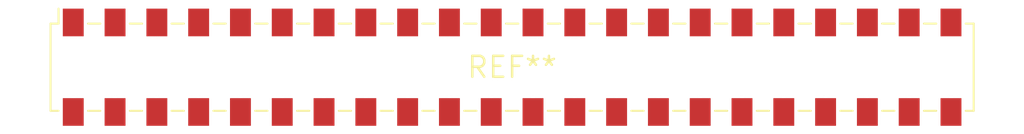
<source format=kicad_pcb>
(kicad_pcb (version 20240108) (generator pcbnew)
  (layers (0 "F.Cu" signal) (31 "B.Cu" signal) (34 "B.Paste" user) (35 "F.Paste" user) (36 "B.SilkS" user "B.Silkscreen") (37 "F.SilkS" user "F.Silkscreen") (38 "B.Mask" user) (39 "F.Mask" user) (44 "Edge.Cuts" user))
  (net 0 "")
  (footprint "Samtec_HLE-122-02-xxx-DV-BE-A_2x22_P2.54mm_Horizontal" (layer "F.Cu") (at 0 0)
    (property "Reference" "REF**")
    (property "Value" "Samtec_HLE-122-02-xxx-DV-BE-A_2x22_P2.54mm_Horizontal")
    (fp_line (start -28.05 -2.65) (end -28.05 2.65) (layer "F.SilkS") (stroke (width 0.12)))
    (fp_line (start -28.05 2.65) (end -27.565 2.65) (layer "F.SilkS") (stroke (width 0.12)))
    (fp_line (start -27.565 -3.56) (end -27.565 -2.65) (layer "F.SilkS") (stroke (width 0.12)))
    (fp_line (start -27.565 -2.65) (end -28.05 -2.65) (layer "F.SilkS") (stroke (width 0.12)))
    (fp_line (start -25.775 -2.65) (end -25.025 -2.65) (layer "F.SilkS") (stroke (width 0.12)))
    (fp_line (start -25.775 2.65) (end -25.025 2.65) (layer "F.SilkS") (stroke (width 0.12)))
    (fp_line (start -23.235 -2.65) (end -22.485 -2.65) (layer "F.SilkS") (stroke (width 0.12)))
    (fp_line (start -23.235 2.65) (end -22.485 2.65) (layer "F.SilkS") (stroke (width 0.12)))
    (fp_line (start -20.695 -2.65) (end -19.945 -2.65) (layer "F.SilkS") (stroke (width 0.12)))
    (fp_line (start -20.695 2.65) (end -19.945 2.65) (layer "F.SilkS") (stroke (width 0.12)))
    (fp_line (start -18.155 -2.65) (end -17.405 -2.65) (layer "F.SilkS") (stroke (width 0.12)))
    (fp_line (start -18.155 2.65) (end -17.405 2.65) (layer "F.SilkS") (stroke (width 0.12)))
    (fp_line (start -15.615 -2.65) (end -14.865 -2.65) (layer "F.SilkS") (stroke (width 0.12)))
    (fp_line (start -15.615 2.65) (end -14.865 2.65) (layer "F.SilkS") (stroke (width 0.12)))
    (fp_line (start -13.075 -2.65) (end -12.325 -2.65) (layer "F.SilkS") (stroke (width 0.12)))
    (fp_line (start -13.075 2.65) (end -12.325 2.65) (layer "F.SilkS") (stroke (width 0.12)))
    (fp_line (start -10.535 -2.65) (end -9.785 -2.65) (layer "F.SilkS") (stroke (width 0.12)))
    (fp_line (start -10.535 2.65) (end -9.785 2.65) (layer "F.SilkS") (stroke (width 0.12)))
    (fp_line (start -7.995 -2.65) (end -7.245 -2.65) (layer "F.SilkS") (stroke (width 0.12)))
    (fp_line (start -7.995 2.65) (end -7.245 2.65) (layer "F.SilkS") (stroke (width 0.12)))
    (fp_line (start -5.455 -2.65) (end -4.705 -2.65) (layer "F.SilkS") (stroke (width 0.12)))
    (fp_line (start -5.455 2.65) (end -4.705 2.65) (layer "F.SilkS") (stroke (width 0.12)))
    (fp_line (start -2.915 -2.65) (end -2.165 -2.65) (layer "F.SilkS") (stroke (width 0.12)))
    (fp_line (start -2.915 2.65) (end -2.165 2.65) (layer "F.SilkS") (stroke (width 0.12)))
    (fp_line (start -0.375 -2.65) (end 0.375 -2.65) (layer "F.SilkS") (stroke (width 0.12)))
    (fp_line (start -0.375 2.65) (end 0.375 2.65) (layer "F.SilkS") (stroke (width 0.12)))
    (fp_line (start 2.165 -2.65) (end 2.915 -2.65) (layer "F.SilkS") (stroke (width 0.12)))
    (fp_line (start 2.165 2.65) (end 2.915 2.65) (layer "F.SilkS") (stroke (width 0.12)))
    (fp_line (start 4.705 -2.65) (end 5.455 -2.65) (layer "F.SilkS") (stroke (width 0.12)))
    (fp_line (start 4.705 2.65) (end 5.455 2.65) (layer "F.SilkS") (stroke (width 0.12)))
    (fp_line (start 7.245 -2.65) (end 7.995 -2.65) (layer "F.SilkS") (stroke (width 0.12)))
    (fp_line (start 7.245 2.65) (end 7.995 2.65) (layer "F.SilkS") (stroke (width 0.12)))
    (fp_line (start 9.785 -2.65) (end 10.535 -2.65) (layer "F.SilkS") (stroke (width 0.12)))
    (fp_line (start 9.785 2.65) (end 10.535 2.65) (layer "F.SilkS") (stroke (width 0.12)))
    (fp_line (start 12.325 -2.65) (end 13.075 -2.65) (layer "F.SilkS") (stroke (width 0.12)))
    (fp_line (start 12.325 2.65) (end 13.075 2.65) (layer "F.SilkS") (stroke (width 0.12)))
    (fp_line (start 14.865 -2.65) (end 15.615 -2.65) (layer "F.SilkS") (stroke (width 0.12)))
    (fp_line (start 14.865 2.65) (end 15.615 2.65) (layer "F.SilkS") (stroke (width 0.12)))
    (fp_line (start 17.405 -2.65) (end 18.155 -2.65) (layer "F.SilkS") (stroke (width 0.12)))
    (fp_line (start 17.405 2.65) (end 18.155 2.65) (layer "F.SilkS") (stroke (width 0.12)))
    (fp_line (start 19.945 -2.65) (end 20.695 -2.65) (layer "F.SilkS") (stroke (width 0.12)))
    (fp_line (start 19.945 2.65) (end 20.695 2.65) (layer "F.SilkS") (stroke (width 0.12)))
    (fp_line (start 22.485 -2.65) (end 23.235 -2.65) (layer "F.SilkS") (stroke (width 0.12)))
    (fp_line (start 22.485 2.65) (end 23.235 2.65) (layer "F.SilkS") (stroke (width 0.12)))
    (fp_line (start 25.025 -2.65) (end 25.775 -2.65) (layer "F.SilkS") (stroke (width 0.12)))
    (fp_line (start 25.025 2.65) (end 25.775 2.65) (layer "F.SilkS") (stroke (width 0.12)))
    (fp_line (start 27.565 -2.65) (end 28.05 -2.65) (layer "F.SilkS") (stroke (width 0.12)))
    (fp_line (start 28.05 -2.65) (end 28.05 2.65) (layer "F.SilkS") (stroke (width 0.12)))
    (fp_line (start 28.05 2.65) (end 27.565 2.65) (layer "F.SilkS") (stroke (width 0.12)))
    (pad "" np_thru_hole circle (at -26.67 -1.27) (size 0.97 0.97) (drill 0.97) (layers *.Cu *.Mask))
    (pad "" np_thru_hole circle (at -26.67 1.27) (size 0.97 0.97) (drill 0.97) (layers *.Cu *.Mask))
    (pad "" np_thru_hole circle (at -25.4 0) (size 1.78 1.78) (drill 1.78) (layers *.Cu *.Mask))
    (pad "" np_thru_hole circle (at -24.13 -1.27) (size 0.97 0.97) (drill 0.97) (layers *.Cu *.Mask))
    (pad "" np_thru_hole circle (at -24.13 1.27) (size 0.97 0.97) (drill 0.97) (layers *.Cu *.Mask))
    (pad "" np_thru_hole circle (at -21.59 -1.27) (size 0.97 0.97) (drill 0.97) (layers *.Cu *.Mask))
    (pad "" np_thru_hole circle (at -21.59 1.27) (size 0.97 0.97) (drill 0.97) (layers *.Cu *.Mask))
    (pad "" np_thru_hole circle (at -19.05 -1.27) (size 0.97 0.97) (drill 0.97) (layers *.Cu *.Mask))
    (pad "" np_thru_hole circle (at -19.05 1.27) (size 0.97 0.97) (drill 0.97) (layers *.Cu *.Mask))
    (pad "" np_thru_hole circle (at -16.51 -1.27) (size 0.97 0.97) (drill 0.97) (layers *.Cu *.Mask))
    (pad "" np_thru_hole circle (at -16.51 1.27) (size 0.97 0.97) (drill 0.97) (layers *.Cu *.Mask))
    (pad "" np_thru_hole circle (at -13.97 -1.27) (size 0.97 0.97) (drill 0.97) (layers *.Cu *.Mask))
    (pad "" np_thru_hole circle (at -13.97 1.27) (size 0.97 0.97) (drill 0.97) (layers *.Cu *.Mask))
    (pad "" np_thru_hole circle (at -11.43 -1.27) (size 0.97 0.97) (drill 0.97) (layers *.Cu *.Mask))
    (pad "" np_thru_hole circle (at -11.43 1.27) (size 0.97 0.97) (drill 0.97) (layers *.Cu *.Mask))
    (pad "" np_thru_hole circle (at -8.89 -1.27) (size 0.97 0.97) (drill 0.97) (layers *.Cu *.Mask))
    (pad "" np_thru_hole circle (at -8.89 1.27) (size 0.97 0.97) (drill 0.97) (layers *.Cu *.Mask))
    (pad "" np_thru_hole circle (at -6.35 -1.27) (size 0.97 0.97) (drill 0.97) (layers *.Cu *.Mask))
    (pad "" np_thru_hole circle (at -6.35 1.27) (size 0.97 0.97) (drill 0.97) (layers *.Cu *.Mask))
    (pad "" np_thru_hole circle (at -3.81 -1.27) (size 0.97 0.97) (drill 0.97) (layers *.Cu *.Mask))
    (pad "" np_thru_hole circle (at -3.81 1.27) (size 0.97 0.97) (drill 0.97) (layers *.Cu *.Mask))
    (pad "" np_thru_hole circle (at -1.27 -1.27) (size 0.97 0.97) (drill 0.97) (layers *.Cu *.Mask))
    (pad "" np_thru_hole circle (at -1.27 1.27) (size 0.97 0.97) (drill 0.97) (layers *.Cu *.Mask))
    (pad "" np_thru_hole circle (at 1.27 -1.27) (size 0.97 0.97) (drill 0.97) (layers *.Cu *.Mask))
    (pad "" np_thru_hole circle (at 1.27 1.27) (size 0.97 0.97) (drill 0.97) (layers *.Cu *.Mask))
    (pad "" np_thru_hole circle (at 3.81 -1.27) (size 0.97 0.97) (drill 0.97) (layers *.Cu *.Mask))
    (pad "" np_thru_hole circle (at 3.81 1.27) (size 0.97 0.97) (drill 0.97) (layers *.Cu *.Mask))
    (pad "" np_thru_hole circle (at 6.35 -1.27) (size 0.97 0.97) (drill 0.97) (layers *.Cu *.Mask))
    (pad "" np_thru_hole circle (at 6.35 1.27) (size 0.97 0.97) (drill 0.97) (layers *.Cu *.Mask))
    (pad "" np_thru_hole circle (at 8.89 -1.27) (size 0.97 0.97) (drill 0.97) (layers *.Cu *.Mask))
    (pad "" np_thru_hole circle (at 8.89 1.27) (size 0.97 0.97) (drill 0.97) (layers *.Cu *.Mask))
    (pad "" np_thru_hole circle (at 11.43 -1.27) (size 0.97 0.97) (drill 0.97) (layers *.Cu *.Mask))
    (pad "" np_thru_hole circle (at 11.43 1.27) (size 0.97 0.97) (drill 0.97) (layers *.Cu *.Mask))
    (pad "" np_thru_hole circle (at 13.97 -1.27) (size 0.97 0.97) (drill 0.97) (layers *.Cu *.Mask))
    (pad "" np_thru_hole circle (at 13.97 1.27) (size 0.97 0.97) (drill 0.97) (layers *.Cu *.Mask))
    (pad "" np_thru_hole circle (at 16.51 -1.27) (size 0.97 0.97) (drill 0.97) (layers *.Cu *.Mask))
    (pad "" np_thru_hole circle (at 16.51 1.27) (size 0.97 0.97) (drill 0.97) (layers *.Cu *.Mask))
    (pad "" np_thru_hole circle (at 19.05 -1.27) (size 0.97 0.97) (drill 0.97) (layers *.Cu *.Mask))
    (pad "" np_thru_hole circle (at 19.05 1.27) (size 0.97 0.97) (drill 0.97) (layers *.Cu *.Mask))
    (pad "" np_thru_hole circle (at 21.59 -1.27) (size 0.97 0.97) (drill 0.97) (layers *.Cu *.Mask))
    (pad "" np_thru_hole circle (at 21.59 1.27) (size 0.97 0.97) (drill 0.97) (layers *.Cu *.Mask))
    (pad "" np_thru_hole circle (at 24.13 -1.27) (size 0.97 0.97) (drill 0.97) (layers *.Cu *.Mask))
    (pad "" np_thru_hole circle (at 24.13 1.27) (size 0.97 0.97) (drill 0.97) (layers *.Cu *.Mask))
    (pad "" np_thru_hole circle (at 25.4 0) (size 1.78 1.78) (drill 1.78) (layers *.Cu *.Mask))
    (pad "" np_thru_hole circle (at 26.67 -1.27) (size 0.97 0.97) (drill 0.97) (layers *.Cu *.Mask))
    (pad "" np_thru_hole circle (at 26.67 1.27) (size 0.97 0.97) (drill 0.97) (layers *.Cu *.Mask))
    (pad "1" smd rect (at -26.67 -2.72) (size 1.27 1.68) (layers "F.Cu" "F.Paste" "F.Mask"))
    (pad "2" smd rect (at -26.67 2.72) (size 1.27 1.68) (layers "F.Cu" "F.Paste" "F.Mask"))
    (pad "3" smd rect (at -24.13 -2.72) (size 1.27 1.68) (layers "F.Cu" "F.Paste" "F.Mask"))
    (pad "4" smd rect (at -24.13 2.72) (size 1.27 1.68) (layers "F.Cu" "F.Paste" "F.Mask"))
    (pad "5" smd rect (at -21.59 -2.72) (size 1.27 1.68) (layers "F.Cu" "F.Paste" "F.Mask"))
    (pad "6" smd rect (at -21.59 2.72) (size 1.27 1.68) (layers "F.Cu" "F.Paste" "F.Mask"))
    (pad "7" smd rect (at -19.05 -2.72) (size 1.27 1.68) (layers "F.Cu" "F.Paste" "F.Mask"))
    (pad "8" smd rect (at -19.05 2.72) (size 1.27 1.68) (layers "F.Cu" "F.Paste" "F.Mask"))
    (pad "9" smd rect (at -16.51 -2.72) (size 1.27 1.68) (layers "F.Cu" "F.Paste" "F.Mask"))
    (pad "10" smd rect (at -16.51 2.72) (size 1.27 1.68) (layers "F.Cu" "F.Paste" "F.Mask"))
    (pad "11" smd rect (at -13.97 -2.72) (size 1.27 1.68) (layers "F.Cu" "F.Paste" "F.Mask"))
    (pad "12" smd rect (at -13.97 2.72) (size 1.27 1.68) (layers "F.Cu" "F.Paste" "F.Mask"))
    (pad "13" smd rect (at -11.43 -2.72) (size 1.27 1.68) (layers "F.Cu" "F.Paste" "F.Mask"))
    (pad "14" smd rect (at -11.43 2.72) (size 1.27 1.68) (layers "F.Cu" "F.Paste" "F.Mask"))
    (pad "15" smd rect (at -8.89 -2.72) (size 1.27 1.68) (layers "F.Cu" "F.Paste" "F.Mask"))
    (pad "16" smd rect (at -8.89 2.72) (size 1.27 1.68) (layers "F.Cu" "F.Paste" "F.Mask"))
    (pad "17" smd rect (at -6.35 -2.72) (size 1.27 1.68) (layers "F.Cu" "F.Paste" "F.Mask"))
    (pad "18" smd rect (at -6.35 2.72) (size 1.27 1.68) (layers "F.Cu" "F.Paste" "F.Mask"))
    (pad "19" smd rect (at -3.81 -2.72) (size 1.27 1.68) (layers "F.Cu" "F.Paste" "F.Mask"))
    (pad "20" smd rect (at -3.81 2.72) (size 1.27 1.68) (layers "F.Cu" "F.Paste" "F.Mask"))
    (pad "21" smd rect (at -1.27 -2.72) (size 1.27 1.68) (layers "F.Cu" "F.Paste" "F.Mask"))
    (pad "22" smd rect (at -1.27 2.72) (size 1.27 1.68) (layers "F.Cu" "F.Paste" "F.Mask"))
    (pad "23" smd rect (at 1.27 -2.72) (size 1.27 1.68) (layers "F.Cu" "F.Paste" "F.Mask"))
    (pad "24" smd rect (at 1.27 2.72) (size 1.27 1.68) (layers "F.Cu" "F.Paste" "F.Mask"))
    (pad "25" smd rect (at 3.81 -2.72) (size 1.27 1.68) (layers "F.Cu" "F.Paste" "F.Mask"))
    (pad "26" smd rect (at 3.81 2.72) (size 1.27 1.68) (layers "F.Cu" "F.Paste" "F.Mask"))
    (pad "27" smd rect (at 6.35 -2.72) (size 1.27 1.68) (layers "F.Cu" "F.Paste" "F.Mask"))
    (pad "28" smd rect (at 6.35 2.72) (size 1.27 1.68) (layers "F.Cu" "F.Paste" "F.Mask"))
    (pad "29" smd rect (at 8.89 -2.72) (size 1.27 1.68) (layers "F.Cu" "F.Paste" "F.Mask"))
    (pad "30" smd rect (at 8.89 2.72) (size 1.27 1.68) (layers "F.Cu" "F.Paste" "F.Mask"))
    (pad "31" smd rect (at 11.43 -2.72) (size 1.27 1.68) (layers "F.Cu" "F.Paste" "F.Mask"))
    (pad "32" smd rect (at 11.43 2.72) (size 1.27 1.68) (layers "F.Cu" "F.Paste" "F.Mask"))
    (pad "33" smd rect (at 13.97 -2.72) (size 1.27 1.68) (layers "F.Cu" "F.Paste" "F.Mask"))
    (pad "34" smd rect (at 13.97 2.72) (size 1.27 1.68) (layers "F.Cu" "F.Paste" "F.Mask"))
    (pad "35" smd rect (at 16.51 -2.72) (size 1.27 1.68) (layers "F.Cu" "F.Paste" "F.Mask"))
    (pad "36" smd rect (at 16.51 2.72) (size 1.27 1.68) (layers "F.Cu" "F.Paste" "F.Mask"))
    (pad "37" smd rect (at 19.05 -2.72) (size 1.27 1.68) (layers "F.Cu" "F.Paste" "F.Mask"))
    (pad "38" smd rect (at 19.05 2.72) (size 1.27 1.68) (layers "F.Cu" "F.Paste" "F.Mask"))
    (pad "39" smd rect (at 21.59 -2.72) (size 1.27 1.68) (layers "F.Cu" "F.Paste" "F.Mask"))
    (pad "40" smd rect (at 21.59 2.72) (size 1.27 1.68) (layers "F.Cu" "F.Paste" "F.Mask"))
    (pad "41" smd rect (at 24.13 -2.72) (size 1.27 1.68) (layers "F.Cu" "F.Paste" "F.Mask"))
    (pad "42" smd rect (at 24.13 2.72) (size 1.27 1.68) (layers "F.Cu" "F.Paste" "F.Mask"))
    (pad "43" smd rect (at 26.67 -2.72) (size 1.27 1.68) (layers "F.Cu" "F.Paste" "F.Mask"))
    (pad "44" smd rect (at 26.67 2.72) (size 1.27 1.68) (layers "F.Cu" "F.Paste" "F.Mask"))
  )
)
</source>
